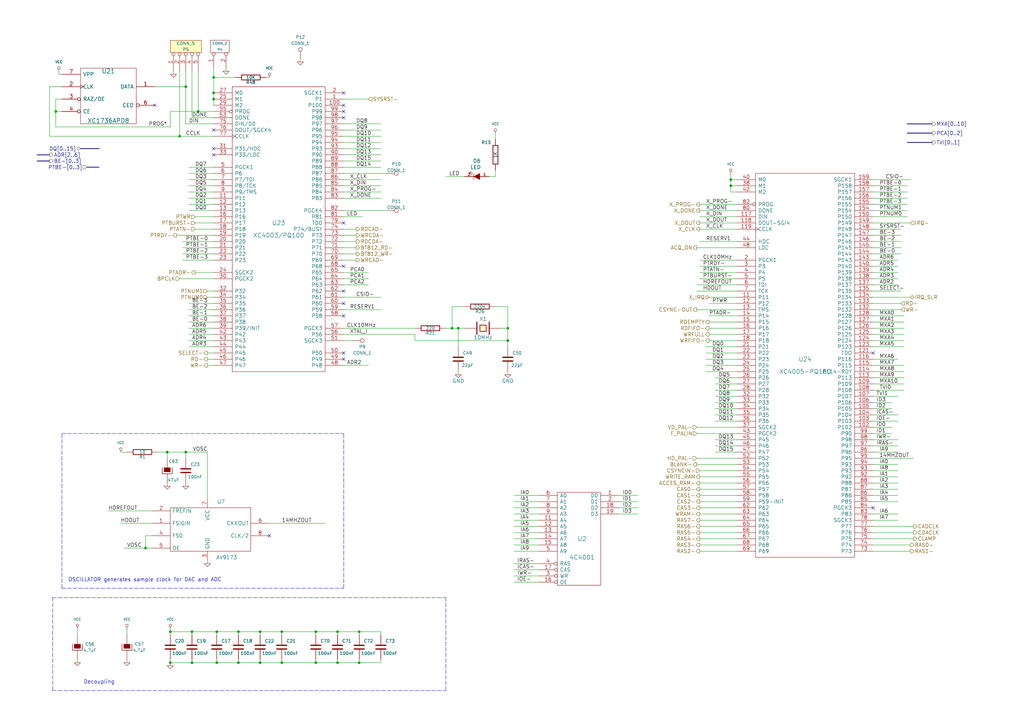
<source format=kicad_sch>
(kicad_sch (version 20221004) (generator eeschema)
  (paper "A3")
  (title_block (title "Video") (date "Sun 22 Mar 2015") (rev "2.0B") (company "Kicad EDA") (comment 1 "Xilinxs"))
  (junction (at 129.54 271.78) (diameter 0.9144))
  (junction (at 106.68 271.78) (diameter 0.9144))
  (junction (at 115.57 259.08) (diameter 0.9144))
  (junction (at 73.66 55.88) (diameter 0.9144))
  (junction (at 147.32 271.78) (diameter 0.9144))
  (junction (at 97.79 259.08) (diameter 0.9144))
  (junction (at 147.32 259.08) (diameter 0.9144))
  (junction (at 208.28 134.62) (diameter 0.9144))
  (junction (at 106.68 259.08) (diameter 0.9144))
  (junction (at 97.79 271.78) (diameter 0.9144))
  (junction (at 87.63 31.75) (diameter 0.9144))
  (junction (at 87.63 38.1) (diameter 0.9144))
  (junction (at 78.74 271.78) (diameter 0.9144))
  (junction (at 138.43 271.78) (diameter 0.9144))
  (junction (at 81.28 45.72) (diameter 0.9144))
  (junction (at 69.85 259.08) (diameter 0.9144))
  (junction (at 76.2 35.56) (diameter 0.9144))
  (junction (at 138.43 259.08) (diameter 0.9144))
  (junction (at 299.72 76.2) (diameter 0.9144))
  (junction (at 69.85 271.78) (diameter 0.9144))
  (junction (at 129.54 259.08) (diameter 0.9144))
  (junction (at 76.2 185.42) (diameter 0.9144))
  (junction (at 299.72 73.66) (diameter 0.9144))
  (junction (at 185.42 134.62) (diameter 0.9144))
  (junction (at 115.57 271.78) (diameter 0.9144))
  (junction (at 78.74 259.08) (diameter 0.9144))
  (junction (at 88.9 259.08) (diameter 0.9144))
  (junction (at 22.86 45.72) (diameter 0.9144))
  (junction (at 88.9 271.78) (diameter 0.9144))
  (junction (at 59.69 224.79) (diameter 0.9144))
  (junction (at 68.58 185.42) (diameter 0.9144))
  (junction (at 187.96 134.62) (diameter 0.9144))
  (junction (at 87.63 40.64) (diameter 0.9144))
  (junction (at 208.28 139.7) (diameter 0.9144))
  (no_connect (at 140.97 119.38))
  (no_connect (at 140.97 45.72))
  (no_connect (at 140.97 109.22))
  (no_connect (at 87.63 60.96))
  (no_connect (at 140.97 43.18))
  (no_connect (at 140.97 38.1))
  (no_connect (at 358.14 144.78))
  (no_connect (at 140.97 129.54))
  (no_connect (at 140.97 147.32))
  (no_connect (at 140.97 124.46))
  (no_connect (at 358.14 208.28))
  (no_connect (at 63.5 43.18))
  (no_connect (at 140.97 144.78))
  (no_connect (at 87.63 63.5))
  (no_connect (at 140.97 91.44))
  (no_connect (at 110.49 219.71))
  (no_connect (at 140.97 48.26))
  (no_connect (at 87.63 53.34))
  (wire (pts (xy 76.2 185.42) (xy 85.09 185.42)))
  (wire (pts (xy 73.66 55.88) (xy 87.63 55.88)))
  (wire (pts (xy 129.54 271.78) (xy 138.43 271.78)))
  (wire (pts (xy 85.09 149.86) (xy 87.63 149.86)))
  (wire (pts (xy 220.98 220.98) (xy 210.82 220.98)))
  (wire (pts (xy 287.02 210.82) (xy 302.26 210.82)))
  (wire (pts (xy 78.74 29.21) (xy 78.74 48.26)))
  (wire (pts (xy 358.14 162.56) (xy 368.3 162.56)))
  (wire (pts (xy 87.63 132.08) (xy 77.47 132.08)))
  (wire (pts (xy 78.74 48.26) (xy 87.63 48.26)))
  (wire (pts (xy 203.2 54.61) (xy 203.2 57.15)))
  (wire (pts (xy 208.28 125.73) (xy 208.28 134.62)))
  (wire (pts (xy 358.14 139.7) (xy 370.84 139.7)))
  (wire (pts (xy 140.97 101.6) (xy 146.05 101.6)))
  (wire (pts (xy 302.26 152.4) (xy 289.56 152.4)))
  (wire (pts (xy 24.13 30.48) (xy 25.4 30.48)))
  (wire (pts (xy 302.26 137.16) (xy 290.83 137.16)))
  (wire (pts (xy 68.58 199.39) (xy 68.58 198.12)))
  (wire (pts (xy 299.72 78.74) (xy 302.26 78.74)))
  (wire (pts (xy 358.14 177.8) (xy 365.76 177.8)))
  (wire (pts (xy 368.3 182.88) (xy 358.14 182.88)))
  (wire (pts (xy 287.02 208.28) (xy 302.26 208.28)))
  (wire (pts (xy 140.97 121.92) (xy 156.21 121.92)))
  (wire (pts (xy 358.14 154.94) (xy 370.84 154.94)))
  (wire (pts (xy 77.47 76.2) (xy 87.63 76.2)))
  (wire (pts (xy 52.07 271.78) (xy 52.07 270.51)))
  (wire (pts (xy 358.14 147.32) (xy 368.3 147.32)))
  (wire (pts (xy 140.97 50.8) (xy 156.21 50.8)))
  (wire (pts (xy 115.57 259.08) (xy 115.57 260.35)))
  (wire (pts (xy 358.14 187.96) (xy 374.65 187.96)))
  (wire (pts (xy 123.19 24.13) (xy 123.19 25.4)))
  (wire (pts (xy 358.14 175.26) (xy 365.76 175.26)))
  (wire (pts (xy 287.02 193.04) (xy 302.26 193.04)))
  (wire (pts (xy 299.72 73.66) (xy 302.26 73.66)))
  (wire (pts (xy 287.02 226.06) (xy 302.26 226.06)))
  (wire (pts (xy 302.26 114.3) (xy 287.02 114.3)))
  (wire (pts (xy 140.97 86.36) (xy 158.75 86.36)))
  (wire (pts (xy 187.96 153.67) (xy 187.96 152.4)))
  (bus (pts (xy 33.02 60.96) (xy 40.64 60.96)))
  (wire (pts (xy 220.98 218.44) (xy 210.82 218.44)))
  (wire (pts (xy 254 210.82) (xy 261.62 210.82)))
  (wire (pts (xy 87.63 139.7) (xy 77.47 139.7)))
  (wire (pts (xy 52.07 185.42) (xy 49.53 185.42)))
  (wire (pts (xy 140.97 104.14) (xy 146.05 104.14)))
  (wire (pts (xy 287.02 203.2) (xy 302.26 203.2)))
  (wire (pts (xy 220.98 205.74) (xy 210.82 205.74)))
  (wire (pts (xy 20.32 35.56) (xy 20.32 55.88)))
  (wire (pts (xy 140.97 53.34) (xy 156.21 53.34)))
  (wire (pts (xy 87.63 129.54) (xy 77.47 129.54)))
  (wire (pts (xy 140.97 78.74) (xy 156.21 78.74)))
  (wire (pts (xy 302.26 147.32) (xy 289.56 147.32)))
  (wire (pts (xy 293.37 167.64) (xy 302.26 167.64)))
  (wire (pts (xy 138.43 271.78) (xy 147.32 271.78)))
  (wire (pts (xy 358.14 223.52) (xy 373.38 223.52)))
  (wire (pts (xy 299.72 71.12) (xy 299.72 73.66)))
  (wire (pts (xy 69.85 45.72) (xy 81.28 45.72)))
  (wire (pts (xy 140.97 73.66) (xy 156.21 73.66)))
  (wire (pts (xy 293.37 185.42) (xy 302.26 185.42)))
  (wire (pts (xy 290.83 134.62) (xy 302.26 134.62)))
  (wire (pts (xy 358.14 160.02) (xy 370.84 160.02)))
  (wire (pts (xy 77.47 86.36) (xy 87.63 86.36)))
  (wire (pts (xy 170.18 139.7) (xy 170.18 137.16)))
  (wire (pts (xy 69.85 271.78) (xy 69.85 273.05)))
  (wire (pts (xy 140.97 68.58) (xy 156.21 68.58)))
  (wire (pts (xy 182.88 72.39) (xy 190.5 72.39)))
  (wire (pts (xy 290.83 139.7) (xy 302.26 139.7)))
  (wire (pts (xy 88.9 259.08) (xy 88.9 260.35)))
  (wire (pts (xy 358.14 215.9) (xy 374.65 215.9)))
  (wire (pts (xy 52.07 257.81) (xy 52.07 260.35)))
  (wire (pts (xy 88.9 270.51) (xy 88.9 271.78)))
  (wire (pts (xy 369.57 96.52) (xy 358.14 96.52)))
  (wire (pts (xy 88.9 271.78) (xy 97.79 271.78)))
  (wire (pts (xy 358.14 134.62) (xy 370.84 134.62)))
  (wire (pts (xy 287.02 93.98) (xy 302.26 93.98)))
  (polyline (pts (xy 25.4 177.8) (xy 140.97 177.8)) (stroke (width 0) (type dash)))
  (wire (pts (xy 368.3 203.2) (xy 358.14 203.2)))
  (wire (pts (xy 140.97 139.7) (xy 144.78 139.7)))
  (wire (pts (xy 368.3 198.12) (xy 358.14 198.12)))
  (wire (pts (xy 358.14 73.66) (xy 373.38 73.66)))
  (wire (pts (xy 156.21 271.78) (xy 156.21 270.51)))
  (wire (pts (xy 87.63 38.1) (xy 87.63 40.64)))
  (wire (pts (xy 129.54 259.08) (xy 138.43 259.08)))
  (wire (pts (xy 140.97 76.2) (xy 156.21 76.2)))
  (wire (pts (xy 80.01 93.98) (xy 87.63 93.98)))
  (wire (pts (xy 220.98 213.36) (xy 210.82 213.36)))
  (wire (pts (xy 140.97 106.68) (xy 146.05 106.68)))
  (wire (pts (xy 24.13 29.21) (xy 24.13 30.48)))
  (wire (pts (xy 358.14 165.1) (xy 365.76 165.1)))
  (wire (pts (xy 115.57 271.78) (xy 129.54 271.78)))
  (wire (pts (xy 77.47 71.12) (xy 87.63 71.12)))
  (wire (pts (xy 88.9 259.08) (xy 97.79 259.08)))
  (wire (pts (xy 87.63 101.6) (xy 74.93 101.6)))
  (wire (pts (xy 147.32 271.78) (xy 156.21 271.78)))
  (wire (pts (xy 302.26 109.22) (xy 287.02 109.22)))
  (wire (pts (xy 372.11 88.9) (xy 358.14 88.9)))
  (wire (pts (xy 140.97 81.28) (xy 156.21 81.28)))
  (wire (pts (xy 372.11 83.82) (xy 358.14 83.82)))
  (wire (pts (xy 358.14 149.86) (xy 370.84 149.86)))
  (wire (pts (xy 254 205.74) (xy 261.62 205.74)))
  (wire (pts (xy 293.37 162.56) (xy 302.26 162.56)))
  (wire (pts (xy 368.3 172.72) (xy 358.14 172.72)))
  (wire (pts (xy 358.14 91.44) (xy 373.38 91.44)))
  (wire (pts (xy 372.11 86.36) (xy 358.14 86.36)))
  (bus (pts (xy 15.24 63.5) (xy 20.32 63.5)))
  (wire (pts (xy 69.85 259.08) (xy 69.85 260.35)))
  (polyline (pts (xy 25.4 241.3) (xy 140.97 241.3)) (stroke (width 0) (type dash)))
  (wire (pts (xy 299.72 73.66) (xy 299.72 76.2)))
  (wire (pts (xy 80.01 88.9) (xy 87.63 88.9)))
  (wire (pts (xy 78.74 260.35) (xy 78.74 259.08)))
  (wire (pts (xy 59.69 224.79) (xy 59.69 219.71)))
  (wire (pts (xy 358.14 121.92) (xy 373.38 121.92)))
  (wire (pts (xy 50.8 224.79) (xy 59.69 224.79)))
  (wire (pts (xy 115.57 270.51) (xy 115.57 271.78)))
  (wire (pts (xy 287.02 215.9) (xy 302.26 215.9)))
  (wire (pts (xy 71.12 30.48) (xy 71.12 29.21)))
  (wire (pts (xy 69.85 271.78) (xy 78.74 271.78)))
  (wire (pts (xy 140.97 111.76) (xy 151.13 111.76)))
  (wire (pts (xy 358.14 142.24) (xy 370.84 142.24)))
  (bus (pts (xy 372.11 50.8) (xy 382.27 50.8)))
  (wire (pts (xy 220.98 238.76) (xy 210.82 238.76)))
  (wire (pts (xy 77.47 83.82) (xy 87.63 83.82)))
  (wire (pts (xy 140.97 99.06) (xy 146.05 99.06)))
  (wire (pts (xy 110.49 31.75) (xy 109.22 31.75)))
  (wire (pts (xy 140.97 88.9) (xy 148.59 88.9)))
  (wire (pts (xy 138.43 259.08) (xy 147.32 259.08)))
  (wire (pts (xy 77.47 81.28) (xy 87.63 81.28)))
  (wire (pts (xy 285.75 177.8) (xy 302.26 177.8)))
  (wire (pts (xy 287.02 223.52) (xy 302.26 223.52)))
  (wire (pts (xy 140.97 93.98) (xy 146.05 93.98)))
  (wire (pts (xy 205.74 134.62) (xy 208.28 134.62)))
  (wire (pts (xy 368.3 210.82) (xy 358.14 210.82)))
  (wire (pts (xy 182.88 134.62) (xy 185.42 134.62)))
  (bus (pts (xy 15.24 66.04) (xy 20.32 66.04)))
  (wire (pts (xy 358.14 132.08) (xy 370.84 132.08)))
  (wire (pts (xy 156.21 127) (xy 140.97 127)))
  (wire (pts (xy 287.02 200.66) (xy 302.26 200.66)))
  (wire (pts (xy 287.02 88.9) (xy 302.26 88.9)))
  (wire (pts (xy 77.47 73.66) (xy 87.63 73.66)))
  (wire (pts (xy 368.3 205.74) (xy 358.14 205.74)))
  (wire (pts (xy 85.09 144.78) (xy 87.63 144.78)))
  (wire (pts (xy 208.28 134.62) (xy 208.28 139.7)))
  (wire (pts (xy 87.63 27.94) (xy 87.63 31.75)))
  (polyline (pts (xy 21.59 283.21) (xy 182.88 283.21)) (stroke (width 0) (type dash)))
  (wire (pts (xy 76.2 35.56) (xy 76.2 50.8)))
  (wire (pts (xy 20.32 55.88) (xy 73.66 55.88)))
  (wire (pts (xy 187.96 134.62) (xy 187.96 142.24)))
  (wire (pts (xy 302.26 99.06) (xy 287.02 99.06)))
  (wire (pts (xy 358.14 106.68) (xy 368.3 106.68)))
  (wire (pts (xy 78.74 270.51) (xy 78.74 271.78)))
  (wire (pts (xy 85.09 147.32) (xy 87.63 147.32)))
  (wire (pts (xy 85.09 119.38) (xy 87.63 119.38)))
  (wire (pts (xy 140.97 116.84) (xy 151.13 116.84)))
  (wire (pts (xy 285.75 187.96) (xy 302.26 187.96)))
  (wire (pts (xy 358.14 129.54) (xy 370.84 129.54)))
  (wire (pts (xy 220.98 215.9) (xy 210.82 215.9)))
  (wire (pts (xy 92.71 29.21) (xy 92.71 27.94)))
  (wire (pts (xy 76.2 185.42) (xy 76.2 187.96)))
  (wire (pts (xy 293.37 165.1) (xy 302.26 165.1)))
  (wire (pts (xy 368.3 180.34) (xy 358.14 180.34)))
  (wire (pts (xy 22.86 40.64) (xy 22.86 45.72)))
  (wire (pts (xy 76.2 199.39) (xy 76.2 198.12)))
  (wire (pts (xy 72.39 96.52) (xy 87.63 96.52)))
  (wire (pts (xy 44.45 209.55) (xy 62.23 209.55)))
  (wire (pts (xy 369.57 104.14) (xy 358.14 104.14)))
  (polyline (pts (xy 21.59 245.11) (xy 182.88 245.11)) (stroke (width 0) (type dash)))
  (wire (pts (xy 77.47 68.58) (xy 87.63 68.58)))
  (wire (pts (xy 151.13 149.86) (xy 140.97 149.86)))
  (wire (pts (xy 287.02 86.36) (xy 302.26 86.36)))
  (wire (pts (xy 372.11 78.74) (xy 358.14 78.74)))
  (wire (pts (xy 302.26 142.24) (xy 289.56 142.24)))
  (wire (pts (xy 63.5 35.56) (xy 76.2 35.56)))
  (wire (pts (xy 87.63 134.62) (xy 77.47 134.62)))
  (wire (pts (xy 220.98 226.06) (xy 210.82 226.06)))
  (wire (pts (xy 31.75 271.78) (xy 31.75 270.51)))
  (wire (pts (xy 69.85 52.07) (xy 69.85 45.72)))
  (wire (pts (xy 368.3 190.5) (xy 358.14 190.5)))
  (wire (pts (xy 187.96 134.62) (xy 190.5 134.62)))
  (wire (pts (xy 147.32 259.08) (xy 147.32 260.35)))
  (wire (pts (xy 368.3 213.36) (xy 358.14 213.36)))
  (wire (pts (xy 287.02 83.82) (xy 302.26 83.82)))
  (wire (pts (xy 185.42 125.73) (xy 190.5 125.73)))
  (wire (pts (xy 358.14 119.38) (xy 369.57 119.38)))
  (wire (pts (xy 287.02 106.68) (xy 302.26 106.68)))
  (wire (pts (xy 208.28 139.7) (xy 208.28 142.24)))
  (wire (pts (xy 25.4 45.72) (xy 22.86 45.72)))
  (wire (pts (xy 129.54 259.08) (xy 129.54 260.35)))
  (wire (pts (xy 85.09 185.42) (xy 85.09 204.47)))
  (wire (pts (xy 185.42 125.73) (xy 185.42 134.62)))
  (wire (pts (xy 68.58 185.42) (xy 76.2 185.42)))
  (wire (pts (xy 358.14 167.64) (xy 365.76 167.64)))
  (wire (pts (xy 293.37 172.72) (xy 302.26 172.72)))
  (wire (pts (xy 358.14 218.44) (xy 374.65 218.44)))
  (bus (pts (xy 35.56 68.58) (xy 40.64 68.58)))
  (wire (pts (xy 77.47 78.74) (xy 87.63 78.74)))
  (wire (pts (xy 68.58 185.42) (xy 68.58 187.96)))
  (wire (pts (xy 368.3 111.76) (xy 358.14 111.76)))
  (wire (pts (xy 22.86 45.72) (xy 22.86 52.07)))
  (wire (pts (xy 49.53 214.63) (xy 62.23 214.63)))
  (wire (pts (xy 87.63 99.06) (xy 74.93 99.06)))
  (wire (pts (xy 59.69 219.71) (xy 62.23 219.71)))
  (bus (pts (xy 372.11 54.61) (xy 382.27 54.61)))
  (wire (pts (xy 287.02 198.12) (xy 302.26 198.12)))
  (wire (pts (xy 140.97 55.88) (xy 156.21 55.88)))
  (wire (pts (xy 156.21 259.08) (xy 156.21 260.35)))
  (wire (pts (xy 85.09 121.92) (xy 87.63 121.92)))
  (wire (pts (xy 293.37 182.88) (xy 302.26 182.88)))
  (wire (pts (xy 368.3 195.58) (xy 358.14 195.58)))
  (wire (pts (xy 185.42 134.62) (xy 187.96 134.62)))
  (wire (pts (xy 140.97 96.52) (xy 146.05 96.52)))
  (wire (pts (xy 287.02 220.98) (xy 302.26 220.98)))
  (wire (pts (xy 138.43 271.78) (xy 138.43 270.51)))
  (wire (pts (xy 302.26 149.86) (xy 289.56 149.86)))
  (wire (pts (xy 106.68 259.08) (xy 106.68 260.35)))
  (wire (pts (xy 64.77 185.42) (xy 68.58 185.42)))
  (wire (pts (xy 140.97 134.62) (xy 170.18 134.62)))
  (wire (pts (xy 220.98 203.2) (xy 210.82 203.2)))
  (wire (pts (xy 287.02 195.58) (xy 302.26 195.58)))
  (wire (pts (xy 368.3 114.3) (xy 358.14 114.3)))
  (wire (pts (xy 81.28 45.72) (xy 87.63 45.72)))
  (wire (pts (xy 129.54 271.78) (xy 129.54 270.51)))
  (wire (pts (xy 299.72 76.2) (xy 302.26 76.2)))
  (wire (pts (xy 78.74 271.78) (xy 88.9 271.78)))
  (wire (pts (xy 358.14 226.06) (xy 373.38 226.06)))
  (wire (pts (xy 147.32 259.08) (xy 156.21 259.08)))
  (wire (pts (xy 97.79 259.08) (xy 106.68 259.08)))
  (wire (pts (xy 358.14 124.46) (xy 369.57 124.46)))
  (wire (pts (xy 106.68 271.78) (xy 115.57 271.78)))
  (wire (pts (xy 368.3 185.42) (xy 358.14 185.42)))
  (wire (pts (xy 59.69 224.79) (xy 62.23 224.79)))
  (wire (pts (xy 285.75 116.84) (xy 302.26 116.84)))
  (wire (pts (xy 254 203.2) (xy 261.62 203.2)))
  (wire (pts (xy 293.37 170.18) (xy 302.26 170.18)))
  (wire (pts (xy 302.26 124.46) (xy 290.83 124.46)))
  (wire (pts (xy 293.37 180.34) (xy 302.26 180.34)))
  (wire (pts (xy 31.75 257.81) (xy 31.75 260.35)))
  (wire (pts (xy 110.49 214.63) (xy 133.35 214.63)))
  (wire (pts (xy 302.26 129.54) (xy 290.83 129.54)))
  (wire (pts (xy 106.68 259.08) (xy 115.57 259.08)))
  (wire (pts (xy 220.98 231.14) (xy 210.82 231.14)))
  (wire (pts (xy 220.98 236.22) (xy 210.82 236.22)))
  (wire (pts (xy 81.28 29.21) (xy 81.28 45.72)))
  (wire (pts (xy 106.68 270.51) (xy 106.68 271.78)))
  (wire (pts (xy 87.63 127) (xy 77.47 127)))
  (wire (pts (xy 69.85 270.51) (xy 69.85 271.78)))
  (wire (pts (xy 220.98 223.52) (xy 210.82 223.52)))
  (wire (pts (xy 203.2 125.73) (xy 208.28 125.73)))
  (wire (pts (xy 147.32 271.78) (xy 147.32 270.51)))
  (wire (pts (xy 140.97 60.96) (xy 156.21 60.96)))
  (wire (pts (xy 69.85 257.81) (xy 69.85 259.08)))
  (wire (pts (xy 368.3 193.04) (xy 358.14 193.04)))
  (wire (pts (xy 358.14 137.16) (xy 370.84 137.16)))
  (wire (pts (xy 293.37 160.02) (xy 302.26 160.02)))
  (polyline (pts (xy 182.88 283.21) (xy 182.88 245.11)) (stroke (width 0) (type dash)))
  (wire (pts (xy 285.75 190.5) (xy 302.26 190.5)))
  (wire (pts (xy 208.28 152.4) (xy 208.28 153.67)))
  (wire (pts (xy 285.75 119.38) (xy 302.26 119.38)))
  (wire (pts (xy 372.11 76.2) (xy 358.14 76.2)))
  (wire (pts (xy 140.97 66.04) (xy 156.21 66.04)))
  (wire (pts (xy 302.26 144.78) (xy 289.56 144.78)))
  (wire (pts (xy 87.63 104.14) (xy 74.93 104.14)))
  (wire (pts (xy 220.98 208.28) (xy 210.82 208.28)))
  (wire (pts (xy 203.2 72.39) (xy 203.2 69.85)))
  (wire (pts (xy 140.97 114.3) (xy 151.13 114.3)))
  (wire (pts (xy 87.63 40.64) (xy 87.63 43.18)))
  (wire (pts (xy 220.98 210.82) (xy 210.82 210.82)))
  (wire (pts (xy 87.63 142.24) (xy 77.47 142.24)))
  (wire (pts (xy 302.26 111.76) (xy 287.02 111.76)))
  (wire (pts (xy 285.75 175.26) (xy 302.26 175.26)))
  (wire (pts (xy 369.57 99.06) (xy 358.14 99.06)))
  (wire (pts (xy 372.11 81.28) (xy 358.14 81.28)))
  (wire (pts (xy 369.57 93.98) (xy 358.14 93.98)))
  (wire (pts (xy 287.02 218.44) (xy 302.26 218.44)))
  (wire (pts (xy 299.72 76.2) (xy 299.72 78.74)))
  (wire (pts (xy 368.3 109.22) (xy 358.14 109.22)))
  (wire (pts (xy 138.43 259.08) (xy 138.43 260.35)))
  (wire (pts (xy 358.14 220.98) (xy 374.65 220.98)))
  (wire (pts (xy 87.63 114.3) (xy 73.66 114.3)))
  (wire (pts (xy 254 208.28) (xy 261.62 208.28)))
  (wire (pts (xy 87.63 31.75) (xy 87.63 38.1)))
  (wire (pts (xy 220.98 233.68) (xy 210.82 233.68)))
  (wire (pts (xy 302.26 121.92) (xy 290.83 121.92)))
  (wire (pts (xy 302.26 132.08) (xy 290.83 132.08)))
  (wire (pts (xy 151.13 40.64) (xy 140.97 40.64)))
  (polyline (pts (xy 25.4 241.3) (xy 25.4 177.8)) (stroke (width 0) (type dash)))
  (bus (pts (xy 372.11 58.42) (xy 382.27 58.42)))
  (polyline (pts (xy 21.59 283.21) (xy 21.59 245.11)) (stroke (width 0) (type dash)))
  (wire (pts (xy 97.79 271.78) (xy 106.68 271.78)))
  (wire (pts (xy 287.02 205.74) (xy 302.26 205.74)))
  (wire (pts (xy 208.28 139.7) (xy 170.18 139.7)))
  (wire (pts (xy 73.66 29.21) (xy 73.66 55.88)))
  (wire (pts (xy 22.86 52.07) (xy 69.85 52.07)))
  (wire (pts (xy 80.01 91.44) (xy 87.63 91.44)))
  (wire (pts (xy 96.52 31.75) (xy 87.63 31.75)))
  (wire (pts (xy 200.66 72.39) (xy 203.2 72.39)))
  (wire (pts (xy 287.02 213.36) (xy 302.26 213.36)))
  (wire (pts (xy 87.63 124.46) (xy 77.47 124.46)))
  (wire (pts (xy 87.63 137.16) (xy 77.47 137.16)))
  (wire (pts (xy 358.14 127) (xy 369.57 127)))
  (wire (pts (xy 358.14 152.4) (xy 370.84 152.4)))
  (wire (pts (xy 25.4 35.56) (xy 20.32 35.56)))
  (wire (pts (xy 87.63 106.68) (xy 74.93 106.68)))
  (wire (pts (xy 358.14 157.48) (xy 370.84 157.48)))
  (wire (pts (xy 97.79 270.51) (xy 97.79 271.78)))
  (polyline (pts (xy 140.97 241.3) (xy 140.97 177.8)) (stroke (width 0) (type dash)))
  (wire (pts (xy 368.3 170.18) (xy 358.14 170.18)))
  (wire (pts (xy 285.75 101.6) (xy 302.26 101.6)))
  (wire (pts (xy 285.75 127) (xy 302.26 127)))
  (wire (pts (xy 140.97 71.12) (xy 158.75 71.12)))
  (wire (pts (xy 369.57 101.6) (xy 358.14 101.6)))
  (wire (pts (xy 25.4 40.64) (xy 22.86 40.64)))
  (wire (pts (xy 85.09 229.87) (xy 85.09 231.14)))
  (wire (pts (xy 76.2 50.8) (xy 87.63 50.8)))
  (wire (pts (xy 140.97 63.5) (xy 156.21 63.5)))
  (wire (pts (xy 69.85 259.08) (xy 78.74 259.08)))
  (wire (pts (xy 76.2 29.21) (xy 76.2 35.56)))
  (wire (pts (xy 368.3 116.84) (xy 358.14 116.84)))
  (wire (pts (xy 287.02 91.44) (xy 302.26 91.44)))
  (wire (pts (xy 78.74 259.08) (xy 88.9 259.08)))
  (wire (pts (xy 115.57 259.08) (xy 129.54 259.08)))
  (wire (pts (xy 368.3 200.66) (xy 358.14 200.66)))
  (wire (pts (xy 80.01 111.76) (xy 87.63 111.76)))
  (wire (pts (xy 302.26 154.94) (xy 293.37 154.94)))
  (wire (pts (xy 140.97 58.42) (xy 156.21 58.42)))
  (wire (pts (xy 170.18 137.16) (xy 140.97 137.16)))
  (wire (pts (xy 97.79 260.35) (xy 97.79 259.08)))
  (wire (pts (xy 302.26 157.48) (xy 293.37 157.48)))
  (text "Decoupling" (at 34.29 280.67 0) (effects (font (size 1.524 1.524)) (justify left bottom)))
  (text "OSCILLATOR generates sample clock for DAC and ADC" (at 27.94 238.76 0) (effects (font (size 1.524 1.524)) (justify left bottom)))
  (label "X_CLK" (at 143.51 73.66 0) (effects (font (size 1.524 1.524))))
  (label "TVI0" (at 360.68 160.02 0) (effects (font (size 1.524 1.524))))
  (label "DQ1" (at 80.01 83.82 0) (effects (font (size 1.524 1.524))))
  (label "CSIO-" (at 146.05 121.92 0) (effects (font (size 1.524 1.524))))
  (label "BE-0" (at 360.68 104.14 0) (effects (font (size 1.524 1.524))))
  (label "IA9" (at 213.36 226.06 0) (effects (font (size 1.524 1.524))))
  (label "IA3" (at 360.68 200.66 0) (effects (font (size 1.524 1.524))))
  (label "BE-3" (at 78.74 124.46 0) (effects (font (size 1.524 1.524))))
  (label "RESERV1" (at 143.51 127 0) (effects (font (size 1.524 1.524))))
  (label "DQ11" (at 146.05 58.42 0) (effects (font (size 1.524 1.524))))
  (label "DQ0" (at 80.01 86.36 0) (effects (font (size 1.524 1.524))))
  (label "ID2" (at 255.27 208.28 0) (effects (font (size 1.524 1.524))))
  (label "MXA8" (at 360.68 152.4 0) (effects (font (size 1.524 1.524))))
  (label "MXA2" (at 360.68 134.62 0) (effects (font (size 1.524 1.524))))
  (label "DONE" (at 78.74 48.26 0) (effects (font (size 1.524 1.524))))
  (label "ADR5" (at 78.74 137.16 0) (effects (font (size 1.524 1.524))))
  (label "MXA1" (at 360.68 132.08 0) (effects (font (size 1.524 1.524))))
  (label "PTBE-2" (at 360.68 81.28 0) (effects (font (size 1.524 1.524))))
  (label "BE-0" (at 78.74 132.08 0) (effects (font (size 1.524 1.524))))
  (label "14MHZOUT" (at 115.57 214.63 0) (effects (font (size 1.524 1.524))))
  (label "DQ5" (at 80.01 76.2 0) (effects (font (size 1.524 1.524))))
  (label "PTBE-1" (at 76.2 101.6 0) (effects (font (size 1.524 1.524))))
  (label "IRAS-" (at 359.41 182.88 0) (effects (font (size 1.524 1.524))))
  (label "HDOUT" (at 288.29 119.38 0) (effects (font (size 1.524 1.524))))
  (label "ADR6" (at 360.68 106.68 0) (effects (font (size 1.524 1.524))))
  (label "X_PROG-" (at 289.56 83.82 0) (effects (font (size 1.524 1.524))))
  (label "DQ1" (at 292.1 144.78 0) (effects (font (size 1.524 1.524))))
  (label "ADR2" (at 142.24 149.86 0) (effects (font (size 1.524 1.524))))
  (label "PTBE-3" (at 360.68 83.82 0) (effects (font (size 1.524 1.524))))
  (label "PCA1" (at 143.51 114.3 0) (effects (font (size 1.524 1.524))))
  (label "IA4" (at 213.36 213.36 0) (effects (font (size 1.524 1.524))))
  (label "DQ4" (at 292.1 152.4 0) (effects (font (size 1.524 1.524))))
  (label "ADR3" (at 360.68 114.3 0) (effects (font (size 1.524 1.524))))
  (label "MXA6" (at 360.68 147.32 0) (effects (font (size 1.524 1.524))))
  (label "DIN" (at 77.47 50.8 0) (effects (font (size 1.524 1.524))))
  (label "MXA4" (at 360.68 139.7 0) (effects (font (size 1.524 1.524))))
  (label "IA7" (at 360.68 213.36 0) (effects (font (size 1.524 1.524))))
  (label "DQ11" (at 294.64 170.18 0) (effects (font (size 1.524 1.524))))
  (label "DQ2" (at 80.01 81.28 0) (effects (font (size 1.524 1.524))))
  (label "DQ9" (at 294.64 165.1 0) (effects (font (size 1.524 1.524))))
  (label "X_DONE" (at 289.56 86.36 0) (effects (font (size 1.524 1.524))))
  (label "PTADR-" (at 290.83 129.54 0) (effects (font (size 1.524 1.524))))
  (label "HDREFOUT" (at 44.45 209.55 0) (effects (font (size 1.524 1.524))))
  (label "IA8" (at 213.36 223.52 0) (effects (font (size 1.524 1.524))))
  (label "IA2" (at 360.68 198.12 0) (effects (font (size 1.524 1.524))))
  (label "ADR4" (at 360.68 111.76 0) (effects (font (size 1.524 1.524))))
  (label "BE-1" (at 360.68 101.6 0) (effects (font (size 1.524 1.524))))
  (label "DQ7" (at 80.01 68.58 0) (effects (font (size 1.524 1.524))))
  (label "PTNUM0" (at 360.68 88.9 0) (effects (font (size 1.524 1.524))))
  (label "ID1" (at 255.27 205.74 0) (effects (font (size 1.524 1.524))))
  (label "HDOUT" (at 49.53 214.63 0) (effects (font (size 1.524 1.524))))
  (label "X_DIN" (at 289.56 88.9 0) (effects (font (size 1.524 1.524))))
  (label "IA1" (at 360.68 195.58 0) (effects (font (size 1.524 1.524))))
  (label "MXA5" (at 360.68 142.24 0) (effects (font (size 1.524 1.524))))
  (label "DQ9" (at 146.05 53.34 0) (effects (font (size 1.524 1.524))))
  (label "IA8" (at 360.68 193.04 0) (effects (font (size 1.524 1.524))))
  (label "DQ0" (at 292.1 142.24 0) (effects (font (size 1.524 1.524))))
  (label "MXA0" (at 360.68 129.54 0) (effects (font (size 1.524 1.524))))
  (label "RESERV1" (at 289.56 99.06 0) (effects (font (size 1.524 1.524))))
  (label "DQ5" (at 294.64 154.94 0) (effects (font (size 1.524 1.524))))
  (label "PTBE-3" (at 76.2 106.68 0) (effects (font (size 1.524 1.524))))
  (label "ICAS-" (at 359.41 170.18 0) (effects (font (size 1.524 1.524))))
  (label "VOSC" (at 52.07 224.79 0) (effects (font (size 1.524 1.524))))
  (label "TVI1" (at 359.41 162.56 0) (effects (font (size 1.524 1.524))))
  (label "ADR5" (at 360.68 109.22 0) (effects (font (size 1.524 1.524))))
  (label "ADR2" (at 360.68 116.84 0) (effects (font (size 1.524 1.524))))
  (label "DQ14" (at 146.05 68.58 0) (effects (font (size 1.524 1.524))))
  (label "IA7" (at 213.36 220.98 0) (effects (font (size 1.524 1.524))))
  (label "LED" (at 142.24 88.9 0) (effects (font (size 1.524 1.524))))
  (label "DQ15" (at 146.05 66.04 0) (effects (font (size 1.524 1.524))))
  (label "ICAS-" (at 212.09 233.68 0) (effects (font (size 1.524 1.524))))
  (label "MXA7" (at 360.68 149.86 0) (effects (font (size 1.524 1.524))))
  (label "MXA9" (at 360.68 154.94 0) (effects (font (size 1.524 1.524))))
  (label "PCA0" (at 143.51 111.76 0) (effects (font (size 1.524 1.524))))
  (label "VOSC" (at 85.09 185.42 0) (effects (font (size 1.524 1.524))))
  (label "CLK10MHz" (at 288.29 106.68 0) (effects (font (size 1.524 1.524))))
  (label "X_DOUT" (at 289.56 91.44 0) (effects (font (size 1.524 1.524))))
  (label "IA5" (at 213.36 215.9 0) (effects (font (size 1.524 1.524))))
  (label "PCA2" (at 143.51 116.84 0) (effects (font (size 1.524 1.524))))
  (label "MXA3" (at 360.68 137.16 0) (effects (font (size 1.524 1.524))))
  (label "DQ8" (at 146.05 50.8 0) (effects (font (size 1.524 1.524))))
  (label "PTWR" (at 292.1 124.46 0) (effects (font (size 1.524 1.524))))
  (label "IA6" (at 213.36 218.44 0) (effects (font (size 1.524 1.524))))
  (label "IA4" (at 360.68 203.2 0) (effects (font (size 1.524 1.524))))
  (label "X_PROG-" (at 143.51 78.74 0) (effects (font (size 1.524 1.524))))
  (label "SYSRST-" (at 360.68 93.98 0) (effects (font (size 1.524 1.524))))
  (label "BE-3" (at 360.68 96.52 0) (effects (font (size 1.524 1.524))))
  (label "DQ13" (at 146.05 63.5 0) (effects (font (size 1.524 1.524))))
  (label "XTAL_I" (at 143.51 137.16 0) (effects (font (size 1.524 1.524))))
  (label "DQ12" (at 146.05 60.96 0) (effects (font (size 1.524 1.524))))
  (label "CCLK" (at 76.2 55.88 0) (effects (font (size 1.524 1.524))))
  (label "ADR4" (at 78.74 139.7 0) (effects (font (size 1.524 1.524))))
  (label "PROG*" (at 60.96 52.07 0) (effects (font (size 1.524 1.524))))
  (label "DQ3" (at 292.1 149.86 0) (effects (font (size 1.524 1.524))))
  (label "ID1" (at 359.41 177.8 0) (effects (font (size 1.524 1.524))))
  (label "PTATN-" (at 288.29 111.76 0) (effects (font (size 1.524 1.524))))
  (label "IWR-" (at 212.09 236.22 0) (effects (font (size 1.524 1.524))))
  (label "IWR-" (at 359.41 180.34 0) (effects (font (size 1.524 1.524))))
  (label "ID3" (at 359.41 165.1 0) (effects (font (size 1.524 1.524))))
  (label "IA2" (at 213.36 208.28 0) (effects (font (size 1.524 1.524))))
  (label "IA1" (at 213.36 205.74 0) (effects (font (size 1.524 1.524))))
  (label "PTNUM1" (at 360.68 86.36 0) (effects (font (size 1.524 1.524))))
  (label "DQ6" (at 294.64 157.48 0) (effects (font (size 1.524 1.524))))
  (label "IOE-" (at 359.41 172.72 0) (effects (font (size 1.524 1.524))))
  (label "PTRDY-" (at 288.29 109.22 0) (effects (font (size 1.524 1.524))))
  (label "DQ13" (at 294.64 180.34 0) (effects (font (size 1.524 1.524))))
  (label "IA3" (at 213.36 210.82 0) (effects (font (size 1.524 1.524))))
  (label "DQ12" (at 294.64 172.72 0) (effects (font (size 1.524 1.524))))
  (label "ID3" (at 255.27 210.82 0) (effects (font (size 1.524 1.524))))
  (label "X_DONE" (at 143.51 81.28 0) (effects (font (size 1.524 1.524))))
  (label "PTBE-0" (at 76.2 99.06 0) (effects (font (size 1.524 1.524))))
  (label "X_DIN" (at 143.51 76.2 0) (effects (font (size 1.524 1.524))))
  (label "BE-2" (at 78.74 127 0) (effects (font (size 1.524 1.524))))
  (label "IA0" (at 360.68 190.5 0) (effects (font (size 1.524 1.524))))
  (label "ADR6" (at 78.74 134.62 0) (effects (font (size 1.524 1.524))))
  (label "PTBE-0" (at 360.68 76.2 0) (effects (font (size 1.524 1.524))))
  (label "PTBE-2" (at 76.2 104.14 0) (effects (font (size 1.524 1.524))))
  (label "DQ4" (at 80.01 78.74 0) (effects (font (size 1.524 1.524))))
  (label "HDREFOUT" (at 288.29 116.84 0) (effects (font (size 1.524 1.524))))
  (label "BE-2" (at 360.68 99.06 0) (effects (font (size 1.524 1.524))))
  (label "DQ3" (at 80.01 73.66 0) (effects (font (size 1.524 1.524))))
  (label "IOE-" (at 212.09 238.76 0) (effects (font (size 1.524 1.524))))
  (label "IA5" (at 360.68 205.74 0) (effects (font (size 1.524 1.524))))
  (label "DQ14" (at 294.64 182.88 0) (effects (font (size 1.524 1.524))))
  (label "14MHZOUT" (at 360.68 187.96 0) (effects (font (size 1.524 1.524))))
  (label "IA6" (at 360.68 210.82 0) (effects (font (size 1.524 1.524))))
  (label "IRAS-" (at 212.09 231.14 0) (effects (font (size 1.524 1.524))))
  (label "IA0" (at 213.36 203.2 0) (effects (font (size 1.524 1.524))))
  (label "PTBURST-" (at 288.29 114.3 0) (effects (font (size 1.524 1.524))))
  (label "PTBE-1" (at 360.68 78.74 0) (effects (font (size 1.524 1.524))))
  (label "ID0" (at 255.27 203.2 0) (effects (font (size 1.524 1.524))))
  (label "ID0" (at 359.41 175.26 0) (effects (font (size 1.524 1.524))))
  (label "X_CLK" (at 289.56 93.98 0) (effects (font (size 1.524 1.524))))
  (label "CLK10MHz" (at 142.24 134.62 0) (effects (font (size 1.524 1.524))))
  (label "MXA10" (at 360.68 157.48 0) (effects (font (size 1.524 1.524))))
  (label "ID2" (at 359.41 167.64 0) (effects (font (size 1.524 1.524))))
  (label "ADR3" (at 78.74 142.24 0) (effects (font (size 1.524 1.524))))
  (label "DQ8" (at 294.64 162.56 0) (effects (font (size 1.524 1.524))))
  (label "LED" (at 184.15 72.39 0) (effects (font (size 1.524 1.524))))
  (label "DQ10" (at 146.05 55.88 0) (effects (font (size 1.524 1.524))))
  (label "DQ2" (at 292.1 147.32 0) (effects (font (size 1.524 1.524))))
  (label "IA9" (at 360.68 185.42 0) (effects (font (size 1.524 1.524))))
  (label "DQ6" (at 80.01 71.12 0) (effects (font (size 1.524 1.524))))
  (label "DQ7" (at 294.64 160.02 0) (effects (font (size 1.524 1.524))))
  (label "DQ10" (at 294.64 167.64 0) (effects (font (size 1.524 1.524))))
  (label "CSIO-" (at 363.22 73.66 0) (effects (font (size 1.524 1.524))))
  (label "DQ15" (at 294.64 185.42 0) (effects (font (size 1.524 1.524))))
  (label "BE-1" (at 78.74 129.54 0) (effects (font (size 1.524 1.524))))
  (label "SELECT-" (at 360.68 119.38 0) (effects (font (size 1.524 1.524))))
  (hierarchical_label "RAS7-" (shape output) (at 287.02 213.36 180) (effects (font (size 1.524 1.524))))
  (hierarchical_label "RDEMPTY" (shape output) (at 290.83 132.08 180) (effects (font (size 1.524 1.524))))
  (hierarchical_label "X_DOUT" (shape output) (at 287.02 91.44 180) (effects (font (size 1.524 1.524))))
  (hierarchical_label "PCA[0..2]" (shape output) (at 382.27 54.61 0) (effects (font (size 1.524 1.524))))
  (hierarchical_label "RDFIFO-" (shape output) (at 290.83 134.62 180) (effects (font (size 1.524 1.524))))
  (hierarchical_label "PTNUM1" (shape input) (at 85.09 119.38 180) (effects (font (size 1.524 1.524))))
  (hierarchical_label "X_IRQ" (shape bidirectional) (at 290.83 121.92 180) (effects (font (size 1.524 1.524))))
  (hierarchical_label "CSYNC-OUT" (shape output) (at 285.75 127 180) (effects (font (size 1.524 1.524))))
  (hierarchical_label "RAS4-" (shape output) (at 287.02 220.98 180) (effects (font (size 1.524 1.524))))
  (hierarchical_label "PTATN-" (shape input) (at 80.01 93.98 180) (effects (font (size 1.524 1.524))))
  (hierarchical_label "WRITE_RAM" (shape output) (at 287.02 195.58 180) (effects (font (size 1.524 1.524))))
  (hierarchical_label "ACQ_ON" (shape output) (at 285.75 101.6 180) (effects (font (size 1.524 1.524))))
  (hierarchical_label "X_PROG-" (shape output) (at 287.02 83.82 180) (effects (font (size 1.524 1.524))))
  (hierarchical_label "WR-" (shape input) (at 369.57 127 0) (effects (font (size 1.524 1.524))))
  (hierarchical_label "CSYNCIN-" (shape input) (at 287.02 193.04 180) (effects (font (size 1.524 1.524))))
  (hierarchical_label "CAS1-" (shape output) (at 287.02 203.2 180) (effects (font (size 1.524 1.524))))
  (hierarchical_label "HD_PAL-" (shape input) (at 285.75 187.96 180) (effects (font (size 1.524 1.524))))
  (hierarchical_label "PTWR" (shape input) (at 80.01 88.9 180) (effects (font (size 1.524 1.524))))
  (hierarchical_label "BE-[0..3]" (shape output) (at 20.32 66.04 0) (effects (font (size 1.524 1.524))))
  (hierarchical_label "PTRDY-" (shape output) (at 72.39 96.52 180) (effects (font (size 1.524 1.524))))
  (hierarchical_label "ADR[2..6]" (shape output) (at 20.32 63.5 0) (effects (font (size 1.524 1.524))))
  (hierarchical_label "WRCAD-" (shape output) (at 146.05 106.68 0) (effects (font (size 1.524 1.524))))
  (hierarchical_label "PTBURST-" (shape input) (at 80.01 91.44 180) (effects (font (size 1.524 1.524))))
  (hierarchical_label "BPCLK" (shape input) (at 73.66 114.3 180) (effects (font (size 1.524 1.524))))
  (hierarchical_label "RAS0-" (shape output) (at 373.38 223.52 0) (effects (font (size 1.524 1.524))))
  (hierarchical_label "IRQ-" (shape input) (at 373.38 91.44 0) (effects (font (size 1.524 1.524))))
  (hierarchical_label "SELECT-" (shape output) (at 85.09 144.78 180) (effects (font (size 1.524 1.524))))
  (hierarchical_label "MXA[0..10]" (shape output) (at 382.27 50.8 0) (effects (font (size 1.524 1.524))))
  (hierarchical_label "RD-" (shape output) (at 85.09 147.32 180) (effects (font (size 1.524 1.524))))
  (hierarchical_label "CLAMP" (shape output) (at 374.65 220.98 0) (effects (font (size 1.524 1.524))))
  (hierarchical_label "SYSRST-" (shape input) (at 151.13 40.64 0) (effects (font (size 1.524 1.524))))
  (hierarchical_label "WRAM-" (shape output) (at 287.02 210.82 180) (effects (font (size 1.524 1.524))))
  (hierarchical_label "ACCES_RAM-" (shape output) (at 287.02 198.12 180) (effects (font (size 1.524 1.524))))
  (hierarchical_label "X_DONE" (shape output) (at 287.02 86.36 180) (effects (font (size 1.524 1.524))))
  (hierarchical_label "TVI[0..1]" (shape output) (at 382.27 58.42 0) (effects (font (size 1.524 1.524))))
  (hierarchical_label "RDCAD-" (shape output) (at 146.05 93.98 0) (effects (font (size 1.524 1.524))))
  (hierarchical_label "X_CLK" (shape output) (at 287.02 93.98 180) (effects (font (size 1.524 1.524))))
  (hierarchical_label "RAS6-" (shape output) (at 287.02 215.9 180) (effects (font (size 1.524 1.524))))
  (hierarchical_label "BLANK-" (shape output) (at 285.75 190.5 180) (effects (font (size 1.524 1.524))))
  (hierarchical_label "BT812_WR-" (shape output) (at 146.05 104.14 0) (effects (font (size 1.524 1.524))))
  (hierarchical_label "CAS2-" (shape output) (at 287.02 205.74 180) (effects (font (size 1.524 1.524))))
  (hierarchical_label "PTBE-[0..3]" (shape input) (at 35.56 68.58 180) (effects (font (size 1.524 1.524))))
  (hierarchical_label "RAS3-" (shape output) (at 287.02 223.52 180) (effects (font (size 1.524 1.524))))
  (hierarchical_label "RAS2-" (shape output) (at 287.02 226.06 180) (effects (font (size 1.524 1.524))))
  (hierarchical_label "WRFIFO-" (shape output) (at 290.83 139.7 180) (effects (font (size 1.524 1.524))))
  (hierarchical_label "CADCLK" (shape output) (at 374.65 215.9 0) (effects (font (size 1.524 1.524))))
  (hierarchical_label "RD-" (shape input) (at 369.57 124.46 0) (effects (font (size 1.524 1.524))))
  (hierarchical_label "CAS0-" (shape output) (at 287.02 200.66 180) (effects (font (size 1.524 1.524))))
  (hierarchical_label "RAS1-" (shape output) (at 373.38 226.06 0) (effects (font (size 1.524 1.524))))
  (hierarchical_label "RDCDA-" (shape output) (at 146.05 99.06 0) (effects (font (size 1.524 1.524))))
  (hierarchical_label "PTNUM0" (shape input) (at 85.09 121.92 180) (effects (font (size 1.524 1.524))))
  (hierarchical_label "IRQ_SLR" (shape bidirectional) (at 373.38 121.92 0) (effects (font (size 1.524 1.524))))
  (hierarchical_label "DQ[0..15]" (shape tri_state) (at 33.02 60.96 180) (effects (font (size 1.524 1.524))))
  (hierarchical_label "WRCDA-" (shape output) (at 146.05 96.52 0) (effects (font (size 1.524 1.524))))
  (hierarchical_label "CAS3-" (shape output) (at 287.02 208.28 180) (effects (font (size 1.524 1.524))))
  (hierarchical_label "BT812_RD-" (shape output) (at 146.05 101.6 0) (effects (font (size 1.524 1.524))))
  (hierarchical_label "PTADR-" (shape output) (at 80.01 111.76 180) (effects (font (size 1.524 1.524))))
  (hierarchical_label "CDACLK" (shape output) (at 374.65 218.44 0) (effects (font (size 1.524 1.524))))
  (hierarchical_label "F_PALIN" (shape input) (at 285.75 177.8 180) (effects (font (size 1.524 1.524))))
  (hierarchical_label "VD_PAL-" (shape input) (at 285.75 175.26 180) (effects (font (size 1.524 1.524))))
  (hierarchical_label "RAS5-" (shape output) (at 287.02 218.44 180) (effects (font (size 1.524 1.524))))
  (hierarchical_label "WR-" (shape output) (at 85.09 149.86 180) (effects (font (size 1.524 1.524))))
  (hierarchical_label "WRFULL" (shape output) (at 290.83 137.16 180) (effects (font (size 1.524 1.524))))
  (symbol (lib_id "video_schlib:GND") (at 68.58 199.39 0) (unit 1)
    (property "Reference" "#GND070" (effects hide))
    (property "Value" "GND" (effects hide))
  )
  (symbol (lib_id "video_schlib:CP") (at 68.58 193.04 0) (unit 1)
    (property "Reference" "C63" (at 71.12 189.23 0))
    (property "Value" "47uF" (at 71.12 196.85 0))
    (property "Footprint" "Resistor_SMD:R_1210_3225Metric_Pad1.24x2.70mm_HandSolder" (effects hide))
  )
  (symbol (lib_id "video_schlib:AV9173") (at 86.36 217.17 0) (unit 1)
    (property "Reference" "U7" (at 90.678 205.74 0) (effects (font (size 1.524 1.524))))
    (property "Value" "AV9173" (at 92.964 228.6 0) (effects (font (size 1.524 1.524))))
    (property "Footprint" "Package_SO:SSOP-8_3.95x5.21x3.27mm_P1.27mm" (effects hide))
  )
  (symbol (lib_id "video_schlib:GND") (at 85.09 231.14 0) (unit 1)
    (property "Reference" "#GND071" (effects hide))
    (property "Value" "GND" (effects hide))
  )
  (symbol (lib_id "video_schlib:C") (at 115.57 265.43 0) (unit 1)
    (property "Reference" "C21" (at 119.38 262.89 0))
    (property "Value" "100nF" (at 119.38 267.97 0))
    (property "Footprint" "Resistor_SMD:R_1206_3216Metric_Pad1.24x1.80mm_HandSolder" (effects hide))
  )
  (symbol (lib_id "video_schlib:C") (at 106.68 265.43 0) (unit 1)
    (property "Reference" "C22" (at 110.49 262.89 0))
    (property "Value" "100nF" (at 110.49 267.97 0))
    (property "Footprint" "Resistor_SMD:R_1206_3216Metric_Pad1.24x1.80mm_HandSolder" (effects hide))
  )
  (symbol (lib_id "video_schlib:R") (at 203.2 63.5 0) (unit 1)
    (property "Reference" "R13" (at 199.39 58.42 0))
    (property "Value" "1K" (at 203.2 63.5 90))
    (property "Footprint" "Resistor_SMD:R_1206_3216Metric_Pad1.24x1.80mm_HandSolder" (effects hide))
  )
  (symbol (lib_id "video_schlib:LED") (at 195.58 72.39 180) (unit 1)
    (property "Reference" "D6" (at 195.58 66.04 0) (effects (font (size 1.524 1.524))))
    (property "Value" "LED" (at 195.072 68.58 0) (effects (font (size 1.524 1.524))))
    (property "Footprint" "Discret:LEDV" (effects hide))
  )
  (symbol (lib_id "video_schlib:VCC") (at 203.2 54.61 0) (unit 1)
    (property "Reference" "#PWR064" (effects hide))
    (property "Value" "VCC" (at 203.2 50.8 0) (effects (font (size 1.016 1.016))))
  )
  (symbol (lib_id "video_schlib:XC4005-PQ160") (at 330.2 149.86 0) (unit 1)
    (property "Reference" "U24" (at 330.2 147.32 0) (effects (font (size 1.778 1.778))))
    (property "Value" "XC4005-PQ160" (at 330.2 152.4 0) (effects (font (size 1.778 1.778))))
    (property "Footprint" "Package_QFP:PQFP-160_28x28mm_P0.65mm" (effects hide))
  )
  (symbol (lib_id "video_schlib:C") (at 76.2 193.04 0) (unit 1)
    (property "Reference" "C23" (at 80.01 190.5 0))
    (property "Value" "100nF" (at 80.01 195.58 0))
    (property "Footprint" "Resistor_SMD:R_1206_3216Metric_Pad1.24x1.80mm_HandSolder" (effects hide))
  )
  (symbol (lib_id "video_schlib:GND") (at 76.2 199.39 0) (unit 1)
    (property "Reference" "#PWR063" (effects hide))
    (property "Value" "GND" (effects hide))
  )
  (symbol (lib_id "video_schlib:R") (at 58.42 185.42 270) (unit 1)
    (property "Reference" "R1" (at 58.42 187.452 90))
    (property "Value" "10" (at 58.42 185.42 90))
    (property "Footprint" "Resistor_SMD:R_1206_3216Metric_Pad1.24x1.80mm_HandSolder" (effects hide))
  )
  (symbol (lib_id "video_schlib:VCC") (at 49.53 185.42 0) (unit 1)
    (property "Reference" "#PWR062" (effects hide))
    (property "Value" "VCC" (at 49.53 181.61 0) (effects (font (size 1.016 1.016))))
  )
  (symbol (lib_id "video_schlib:XC1736APD8") (at 44.45 39.37 0) (unit 1)
    (property "Reference" "U21" (at 44.45 29.21 0) (effects (font (size 1.778 1.778))))
    (property "Value" "XC1736APD8" (at 44.45 49.53 0) (effects (font (size 1.778 1.778))))
    (property "Footprint" "Package_DIP:DIP-8_W7.62mm" (effects hide))
  )
  (symbol (lib_id "video_schlib:CONN_5") (at 76.2 19.05 90) (unit 1)
    (property "Reference" "P5" (at 76.2 20.32 90))
    (property "Value" "CONN_5" (at 76.2 17.78 90))
    (property "Footprint" "Connector_PinHeader_2.54mm:PinHeader_1x05_P2.54mm_Vertical" (effects hide))
  )
  (symbol (lib_id "video_schlib:VCC") (at 24.13 29.21 0) (unit 1)
    (property "Reference" "#PWR061" (effects hide))
    (property "Value" "VCC" (at 24.13 25.4 0) (effects (font (size 1.016 1.016))))
  )
  (symbol (lib_id "video_schlib:R") (at 102.87 31.75 270) (unit 1)
    (property "Reference" "R48" (at 102.87 33.782 90))
    (property "Value" "10K" (at 102.87 31.75 90))
    (property "Footprint" "Resistor_SMD:R_1206_3216Metric_Pad1.24x1.80mm_HandSolder" (effects hide))
  )
  (symbol (lib_id "video_schlib:CONN_2") (at 90.17 19.05 90) (unit 1)
    (property "Reference" "P4" (at 90.17 20.32 90) (effects (font (size 1.016 1.016))))
    (property "Value" "CONN_2" (at 90.17 17.78 90) (effects (font (size 1.016 1.016))))
    (property "Footprint" "Connector_PinHeader_2.54mm:PinHeader_1x02_P2.54mm_Vertical" (effects hide))
  )
  (symbol (lib_id "video_schlib:GND") (at 92.71 29.21 0) (unit 1)
    (property "Reference" "#PWR060" (effects hide))
    (property "Value" "GND" (effects hide))
  )
  (symbol (lib_id "video_schlib:VCC") (at 110.49 31.75 0) (unit 1)
    (property "Reference" "#PWR059" (effects hide))
    (property "Value" "VCC" (at 110.49 27.94 0) (effects (font (size 1.016 1.016))))
  )
  (symbol (lib_id "video_schlib:GND") (at 71.12 30.48 0) (unit 1)
    (property "Reference" "#PWR058" (effects hide))
    (property "Value" "GND" (effects hide))
  )
  (symbol (lib_id "video_schlib:4C4001") (at 237.49 220.98 0) (unit 1)
    (property "Reference" "U2" (at 238.76 220.98 0) (effects (font (size 1.778 1.778))))
    (property "Value" "4C4001" (at 238.76 228.6 0) (effects (font (size 1.778 1.778))))
    (property "Footprint" "Package_SO:SOIC-28W_7.5x17.9mm_P1.27mm" (effects hide))
  )
  (symbol (lib_id "video_schlib:C") (at 129.54 265.43 0) (unit 1)
    (property "Reference" "C70" (at 133.35 262.89 0))
    (property "Value" "100nF" (at 133.35 267.97 0))
    (property "Footprint" "Resistor_SMD:R_1206_3216Metric_Pad1.24x1.80mm_HandSolder" (effects hide))
  )
  (symbol (lib_id "video_schlib:C") (at 138.43 265.43 0) (unit 1)
    (property "Reference" "C71" (at 142.24 262.89 0))
    (property "Value" "100nF" (at 142.24 267.97 0))
    (property "Footprint" "Resistor_SMD:R_1206_3216Metric_Pad1.24x1.80mm_HandSolder" (effects hide))
  )
  (symbol (lib_id "video_schlib:C") (at 147.32 265.43 0) (unit 1)
    (property "Reference" "C72" (at 151.13 262.89 0))
    (property "Value" "100nF" (at 151.13 267.97 0))
    (property "Footprint" "Resistor_SMD:R_1206_3216Metric_Pad1.24x1.80mm_HandSolder" (effects hide))
  )
  (symbol (lib_id "video_schlib:C") (at 156.21 265.43 0) (unit 1)
    (property "Reference" "C73" (at 160.02 262.89 0))
    (property "Value" "100nF" (at 160.02 267.97 0))
    (property "Footprint" "Resistor_SMD:R_1206_3216Metric_Pad1.24x1.80mm_HandSolder" (effects hide))
  )
  (symbol (lib_id "video_schlib:XC4005-PQ100") (at 114.3 93.98 0) (unit 1)
    (property "Reference" "U23" (at 114.3 91.44 0) (effects (font (size 1.778 1.778))))
    (property "Value" "XC4003/PQ100" (at 114.3 96.52 0) (effects (font (size 1.778 1.778))))
    (property "Footprint" "Package_QFP:PQFP-100_14x20mm_P0.65mm" (effects hide))
  )
  (symbol (lib_id "video_schlib:CONN_1") (at 148.59 139.7 0) (unit 1)
    (property "Reference" "P9" (at 148.59 142.24 0))
    (property "Value" "CONN_1" (at 148.59 144.78 0))
    (property "Footprint" "Connector_PinHeader_2.54mm:PinHeader_1x01_P2.54mm_Vertical" (effects hide))
  )
  (symbol (lib_id "video_schlib:CONN_1") (at 123.19 20.32 90) (unit 1)
    (property "Reference" "P12" (at 123.19 15.24 90))
    (property "Value" "CONN_1" (at 123.19 17.78 90))
    (property "Footprint" "Connector_PinHeader_2.54mm:PinHeader_1x01_P2.54mm_Vertical" (effects hide))
  )
  (symbol (lib_id "video_schlib:GND") (at 123.19 25.4 0) (unit 1)
    (property "Reference" "#PWR057" (effects hide))
    (property "Value" "GND" (effects hide))
  )
  (symbol (lib_id "video_schlib:VCC") (at 52.07 257.81 0) (unit 1)
    (property "Reference" "#VCC072" (effects hide))
    (property "Value" "VCC" (at 52.07 254 0) (effects (font (size 1.016 1.016))))
  )
  (symbol (lib_id "video_schlib:VCC") (at 31.75 257.81 0) (unit 1)
    (property "Reference" "#VCC073" (effects hide))
    (property "Value" "VCC" (at 31.75 254 0) (effects (font (size 1.016 1.016))))
  )
  (symbol (lib_id "video_schlib:VCC") (at 299.72 71.12 0) (unit 1)
    (property "Reference" "#VCC074" (effects hide))
    (property "Value" "VCC" (at 299.72 67.31 0) (effects (font (size 1.016 1.016))))
  )
  (symbol (lib_id "video_schlib:VCC") (at 69.85 257.81 0) (unit 1)
    (property "Reference" "#VCC075" (effects hide))
    (property "Value" "VCC" (at 69.85 254 0) (effects (font (size 1.016 1.016))))
  )
  (symbol (lib_id "video_schlib:CONN_1") (at 162.56 71.12 0) (unit 1)
    (property "Reference" "P10" (at 162.56 67.31 0))
    (property "Value" "CONN_1" (at 162.56 69.85 0))
    (property "Footprint" "Connector_PinHeader_2.54mm:PinHeader_1x01_P2.54mm_Vertical" (effects hide))
  )
  (symbol (lib_id "video_schlib:CONN_1") (at 162.56 86.36 0) (unit 1)
    (property "Reference" "P11" (at 162.56 82.55 0))
    (property "Value" "CONN_1" (at 162.56 85.09 0))
    (property "Footprint" "Connector_PinHeader_2.54mm:PinHeader_1x01_P2.54mm_Vertical" (effects hide))
  )
  (symbol (lib_id "video_schlib:R") (at 176.53 134.62 270) (unit 1)
    (property "Reference" "R21" (at 176.53 136.652 90))
    (property "Value" "220" (at 176.53 134.62 90))
    (property "Footprint" "Resistor_SMD:R_1206_3216Metric_Pad1.24x1.80mm_HandSolder" (effects hide))
  )
  (symbol (lib_id "video_schlib:C") (at 97.79 265.43 0) (unit 1)
    (property "Reference" "C18" (at 101.6 262.89 0))
    (property "Value" "100nF" (at 101.6 267.97 0))
    (property "Footprint" "Resistor_SMD:R_1206_3216Metric_Pad1.24x1.80mm_HandSolder" (effects hide))
  )
  (symbol (lib_id "video_schlib:C") (at 208.28 147.32 0) (unit 1)
    (property "Reference" "C50" (at 212.09 144.78 0))
    (property "Value" "22pF" (at 212.09 149.86 0))
    (property "Footprint" "Capacitor_THT:C_Disc_D3.0mm_W2.0mm_P2.50mm" (effects hide))
  )
  (symbol (lib_id "video_schlib:CP") (at 31.75 265.43 0) (unit 1)
    (property "Reference" "C56" (at 36.83 264.16 0))
    (property "Value" "4.7uF" (at 36.83 266.7 0))
    (property "Footprint" "Capacitor_Tantalum_SMD:CP_EIA-3528-21_Kemet-B_Pad1.63x2.40mm_HandSolder" (effects hide))
  )
  (symbol (lib_id "video_schlib:R") (at 196.85 125.73 270) (unit 1)
    (property "Reference" "R26" (at 196.85 127.762 90))
    (property "Value" "220K" (at 196.85 125.73 90))
    (property "Footprint" "Resistor_SMD:R_1206_3216Metric_Pad1.24x1.80mm_HandSolder" (effects hide))
  )
  (symbol (lib_id "video_schlib:C") (at 69.85 265.43 0) (unit 1)
    (property "Reference" "C20" (at 73.66 262.89 0))
    (property "Value" "100nF" (at 73.66 267.97 0))
    (property "Footprint" "Resistor_SMD:R_1206_3216Metric_Pad1.24x1.80mm_HandSolder" (effects hide))
  )
  (symbol (lib_id "video_schlib:GND") (at 52.07 271.78 0) (unit 1)
    (property "Reference" "#GND068" (effects hide))
    (property "Value" "GND" (effects hide))
  )
  (symbol (lib_id "video_schlib:GND") (at 31.75 271.78 0) (unit 1)
    (property "Reference" "#GND067" (effects hide))
    (property "Value" "GND" (effects hide))
  )
  (symbol (lib_id "video_schlib:CP") (at 52.07 265.43 0) (unit 1)
    (property "Reference" "C57" (at 57.15 264.16 0))
    (property "Value" "4.7uF" (at 57.15 266.7 0))
    (property "Footprint" "Capacitor_Tantalum_SMD:CP_EIA-3528-21_Kemet-B_Pad1.63x2.40mm_HandSolder" (effects hide))
  )
  (symbol (lib_id "video_schlib:C") (at 78.74 265.43 0) (unit 1)
    (property "Reference" "C19" (at 82.55 262.89 0))
    (property "Value" "100nF" (at 82.55 267.97 0))
    (property "Footprint" "Resistor_SMD:R_1206_3216Metric_Pad1.24x1.80mm_HandSolder" (effects hide))
  )
  (symbol (lib_id "video_schlib:CRYSTAL") (at 198.12 134.62 0) (unit 1)
    (property "Reference" "X1" (at 198.12 130.81 0) (effects (font (size 1.524 1.524))))
    (property "Value" "10MHz" (at 198.12 138.43 0) (effects (font (size 1.524 1.524))))
    (property "Footprint" "Crystal:Crystal_HC18-U_Vertical" (effects hide))
  )
  (symbol (lib_id "video_schlib:C") (at 88.9 265.43 0) (unit 1)
    (property "Reference" "C17" (at 92.71 262.89 0))
    (property "Value" "100nF" (at 92.71 267.97 0))
    (property "Footprint" "Resistor_SMD:R_1206_3216Metric_Pad1.24x1.80mm_HandSolder" (effects hide))
  )
  (symbol (lib_id "video_schlib:C") (at 187.96 147.32 0) (unit 1)
    (property "Reference" "C49" (at 191.77 144.78 0))
    (property "Value" "22pF" (at 191.77 149.86 0))
    (property "Footprint" "Capacitor_THT:C_Disc_D3.0mm_W2.0mm_P2.50mm" (effects hide))
  )
  (symbol (lib_id "video_schlib:GND") (at 187.96 153.67 0) (unit 1)
    (property "Reference" "#GND065" (effects hide))
    (property "Value" "GND" (at 187.96 156.21 0) (effects (font (size 1.524 1.524))))
  )
  (symbol (lib_id "video_schlib:GND") (at 69.85 273.05 0) (unit 1)
    (property "Reference" "#GND069" (effects hide))
    (property "Value" "GND" (effects hide))
  )
  (symbol (lib_id "video_schlib:GND") (at 208.28 153.67 0) (unit 1)
    (property "Reference" "#GND066" (effects hide))
    (property "Value" "GND" (at 208.28 156.21 0) (effects (font (size 1.524 1.524))))
  )
)
</source>
